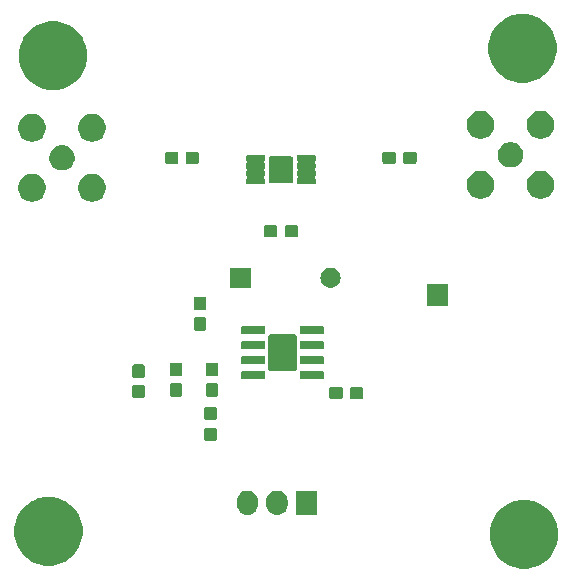
<source format=gbr>
G04 #@! TF.GenerationSoftware,KiCad,Pcbnew,(5.1.2)-2*
G04 #@! TF.CreationDate,2019-07-11T10:47:11+08:00*
G04 #@! TF.ProjectId,HMC346AMS8GE,484d4333-3436-4414-9d53-3847452e6b69,rev?*
G04 #@! TF.SameCoordinates,Original*
G04 #@! TF.FileFunction,Soldermask,Top*
G04 #@! TF.FilePolarity,Negative*
%FSLAX46Y46*%
G04 Gerber Fmt 4.6, Leading zero omitted, Abs format (unit mm)*
G04 Created by KiCad (PCBNEW (5.1.2)-2) date 2019-07-11 10:47:11*
%MOMM*%
%LPD*%
G04 APERTURE LIST*
%ADD10C,0.100000*%
G04 APERTURE END LIST*
D10*
G36*
X164676189Y-116209483D02*
G01*
X164676192Y-116209484D01*
X164676191Y-116209484D01*
X165204139Y-116428167D01*
X165679280Y-116745646D01*
X166083354Y-117149720D01*
X166400833Y-117624861D01*
X166400834Y-117624863D01*
X166619517Y-118152811D01*
X166731000Y-118713275D01*
X166731000Y-119284725D01*
X166619517Y-119845189D01*
X166619516Y-119845191D01*
X166400833Y-120373139D01*
X166083354Y-120848280D01*
X165679280Y-121252354D01*
X165204139Y-121569833D01*
X165204138Y-121569834D01*
X165204137Y-121569834D01*
X164676189Y-121788517D01*
X164115725Y-121900000D01*
X163544275Y-121900000D01*
X162983811Y-121788517D01*
X162455863Y-121569834D01*
X162455862Y-121569834D01*
X162455861Y-121569833D01*
X161980720Y-121252354D01*
X161576646Y-120848280D01*
X161259167Y-120373139D01*
X161040484Y-119845191D01*
X161040483Y-119845189D01*
X160929000Y-119284725D01*
X160929000Y-118713275D01*
X161040483Y-118152811D01*
X161259166Y-117624863D01*
X161259167Y-117624861D01*
X161576646Y-117149720D01*
X161980720Y-116745646D01*
X162455861Y-116428167D01*
X162983809Y-116209484D01*
X162983808Y-116209484D01*
X162983811Y-116209483D01*
X163544275Y-116098000D01*
X164115725Y-116098000D01*
X164676189Y-116209483D01*
X164676189Y-116209483D01*
G37*
G36*
X124417189Y-115955483D02*
G01*
X124917557Y-116162742D01*
X124945139Y-116174167D01*
X125420280Y-116491646D01*
X125824354Y-116895720D01*
X126136152Y-117362359D01*
X126141834Y-117370863D01*
X126360517Y-117898811D01*
X126472000Y-118459275D01*
X126472000Y-119030725D01*
X126360517Y-119591189D01*
X126360516Y-119591191D01*
X126141833Y-120119139D01*
X125824354Y-120594280D01*
X125420280Y-120998354D01*
X124945139Y-121315833D01*
X124945138Y-121315834D01*
X124945137Y-121315834D01*
X124417189Y-121534517D01*
X123856725Y-121646000D01*
X123285275Y-121646000D01*
X122724811Y-121534517D01*
X122196863Y-121315834D01*
X122196862Y-121315834D01*
X122196861Y-121315833D01*
X121721720Y-120998354D01*
X121317646Y-120594280D01*
X121000167Y-120119139D01*
X120781484Y-119591191D01*
X120781483Y-119591189D01*
X120670000Y-119030725D01*
X120670000Y-118459275D01*
X120781483Y-117898811D01*
X121000166Y-117370863D01*
X121005848Y-117362359D01*
X121317646Y-116895720D01*
X121721720Y-116491646D01*
X122196861Y-116174167D01*
X122224443Y-116162742D01*
X122724811Y-115955483D01*
X123285275Y-115844000D01*
X123856725Y-115844000D01*
X124417189Y-115955483D01*
X124417189Y-115955483D01*
G37*
G36*
X143091627Y-115319037D02*
G01*
X143261466Y-115370557D01*
X143417991Y-115454222D01*
X143453729Y-115483552D01*
X143555186Y-115566814D01*
X143638448Y-115668271D01*
X143667778Y-115704009D01*
X143751443Y-115860534D01*
X143802963Y-116030374D01*
X143816000Y-116162743D01*
X143816000Y-116501258D01*
X143802963Y-116633627D01*
X143751443Y-116803466D01*
X143667778Y-116959991D01*
X143638448Y-116995729D01*
X143555186Y-117097186D01*
X143417989Y-117209779D01*
X143261467Y-117293442D01*
X143261465Y-117293443D01*
X143091626Y-117344963D01*
X142915000Y-117362359D01*
X142738373Y-117344963D01*
X142568534Y-117293443D01*
X142412009Y-117209778D01*
X142369750Y-117175097D01*
X142274814Y-117097186D01*
X142162221Y-116959989D01*
X142078558Y-116803467D01*
X142061018Y-116745646D01*
X142027037Y-116633626D01*
X142014000Y-116501257D01*
X142014000Y-116162742D01*
X142027037Y-116030373D01*
X142078557Y-115860534D01*
X142162222Y-115704009D01*
X142274815Y-115566815D01*
X142412010Y-115454222D01*
X142568535Y-115370557D01*
X142738374Y-115319037D01*
X142915000Y-115301641D01*
X143091627Y-115319037D01*
X143091627Y-115319037D01*
G37*
G36*
X140591627Y-115319037D02*
G01*
X140761466Y-115370557D01*
X140917991Y-115454222D01*
X140953729Y-115483552D01*
X141055186Y-115566814D01*
X141138448Y-115668271D01*
X141167778Y-115704009D01*
X141251443Y-115860534D01*
X141302963Y-116030374D01*
X141316000Y-116162743D01*
X141316000Y-116501258D01*
X141302963Y-116633627D01*
X141251443Y-116803466D01*
X141167778Y-116959991D01*
X141138448Y-116995729D01*
X141055186Y-117097186D01*
X140917989Y-117209779D01*
X140761467Y-117293442D01*
X140761465Y-117293443D01*
X140591626Y-117344963D01*
X140415000Y-117362359D01*
X140238373Y-117344963D01*
X140068534Y-117293443D01*
X139912009Y-117209778D01*
X139869750Y-117175097D01*
X139774814Y-117097186D01*
X139662221Y-116959989D01*
X139578558Y-116803467D01*
X139561018Y-116745646D01*
X139527037Y-116633626D01*
X139514000Y-116501257D01*
X139514000Y-116162742D01*
X139527037Y-116030373D01*
X139578557Y-115860534D01*
X139662222Y-115704009D01*
X139774815Y-115566815D01*
X139912010Y-115454222D01*
X140068535Y-115370557D01*
X140238374Y-115319037D01*
X140415000Y-115301641D01*
X140591627Y-115319037D01*
X140591627Y-115319037D01*
G37*
G36*
X146173600Y-115309989D02*
G01*
X146206652Y-115320015D01*
X146237103Y-115336292D01*
X146263799Y-115358201D01*
X146285708Y-115384897D01*
X146301985Y-115415348D01*
X146312011Y-115448400D01*
X146316000Y-115488903D01*
X146316000Y-117175097D01*
X146312011Y-117215600D01*
X146301985Y-117248652D01*
X146285708Y-117279103D01*
X146263799Y-117305799D01*
X146237103Y-117327708D01*
X146206652Y-117343985D01*
X146173600Y-117354011D01*
X146133097Y-117358000D01*
X144696903Y-117358000D01*
X144656400Y-117354011D01*
X144623348Y-117343985D01*
X144592897Y-117327708D01*
X144566201Y-117305799D01*
X144544292Y-117279103D01*
X144528015Y-117248652D01*
X144517989Y-117215600D01*
X144514000Y-117175097D01*
X144514000Y-115488903D01*
X144517989Y-115448400D01*
X144528015Y-115415348D01*
X144544292Y-115384897D01*
X144566201Y-115358201D01*
X144592897Y-115336292D01*
X144623348Y-115320015D01*
X144656400Y-115309989D01*
X144696903Y-115306000D01*
X146133097Y-115306000D01*
X146173600Y-115309989D01*
X146173600Y-115309989D01*
G37*
G36*
X137651499Y-109967945D02*
G01*
X137688995Y-109979320D01*
X137723554Y-109997792D01*
X137753847Y-110022653D01*
X137778708Y-110052946D01*
X137797180Y-110087505D01*
X137808555Y-110125001D01*
X137813000Y-110170138D01*
X137813000Y-110908862D01*
X137808555Y-110953999D01*
X137797180Y-110991495D01*
X137778708Y-111026054D01*
X137753847Y-111056347D01*
X137723554Y-111081208D01*
X137688995Y-111099680D01*
X137651499Y-111111055D01*
X137606362Y-111115500D01*
X136967638Y-111115500D01*
X136922501Y-111111055D01*
X136885005Y-111099680D01*
X136850446Y-111081208D01*
X136820153Y-111056347D01*
X136795292Y-111026054D01*
X136776820Y-110991495D01*
X136765445Y-110953999D01*
X136761000Y-110908862D01*
X136761000Y-110170138D01*
X136765445Y-110125001D01*
X136776820Y-110087505D01*
X136795292Y-110052946D01*
X136820153Y-110022653D01*
X136850446Y-109997792D01*
X136885005Y-109979320D01*
X136922501Y-109967945D01*
X136967638Y-109963500D01*
X137606362Y-109963500D01*
X137651499Y-109967945D01*
X137651499Y-109967945D01*
G37*
G36*
X137651499Y-108217945D02*
G01*
X137688995Y-108229320D01*
X137723554Y-108247792D01*
X137753847Y-108272653D01*
X137778708Y-108302946D01*
X137797180Y-108337505D01*
X137808555Y-108375001D01*
X137813000Y-108420138D01*
X137813000Y-109158862D01*
X137808555Y-109203999D01*
X137797180Y-109241495D01*
X137778708Y-109276054D01*
X137753847Y-109306347D01*
X137723554Y-109331208D01*
X137688995Y-109349680D01*
X137651499Y-109361055D01*
X137606362Y-109365500D01*
X136967638Y-109365500D01*
X136922501Y-109361055D01*
X136885005Y-109349680D01*
X136850446Y-109331208D01*
X136820153Y-109306347D01*
X136795292Y-109276054D01*
X136776820Y-109241495D01*
X136765445Y-109203999D01*
X136761000Y-109158862D01*
X136761000Y-108420138D01*
X136765445Y-108375001D01*
X136776820Y-108337505D01*
X136795292Y-108302946D01*
X136820153Y-108272653D01*
X136850446Y-108247792D01*
X136885005Y-108229320D01*
X136922501Y-108217945D01*
X136967638Y-108213500D01*
X137606362Y-108213500D01*
X137651499Y-108217945D01*
X137651499Y-108217945D01*
G37*
G36*
X148319999Y-106539445D02*
G01*
X148357495Y-106550820D01*
X148392054Y-106569292D01*
X148422347Y-106594153D01*
X148447208Y-106624446D01*
X148465680Y-106659005D01*
X148477055Y-106696501D01*
X148481500Y-106741638D01*
X148481500Y-107380362D01*
X148477055Y-107425499D01*
X148465680Y-107462995D01*
X148447208Y-107497554D01*
X148422347Y-107527847D01*
X148392054Y-107552708D01*
X148357495Y-107571180D01*
X148319999Y-107582555D01*
X148274862Y-107587000D01*
X147536138Y-107587000D01*
X147491001Y-107582555D01*
X147453505Y-107571180D01*
X147418946Y-107552708D01*
X147388653Y-107527847D01*
X147363792Y-107497554D01*
X147345320Y-107462995D01*
X147333945Y-107425499D01*
X147329500Y-107380362D01*
X147329500Y-106741638D01*
X147333945Y-106696501D01*
X147345320Y-106659005D01*
X147363792Y-106624446D01*
X147388653Y-106594153D01*
X147418946Y-106569292D01*
X147453505Y-106550820D01*
X147491001Y-106539445D01*
X147536138Y-106535000D01*
X148274862Y-106535000D01*
X148319999Y-106539445D01*
X148319999Y-106539445D01*
G37*
G36*
X150069999Y-106539445D02*
G01*
X150107495Y-106550820D01*
X150142054Y-106569292D01*
X150172347Y-106594153D01*
X150197208Y-106624446D01*
X150215680Y-106659005D01*
X150227055Y-106696501D01*
X150231500Y-106741638D01*
X150231500Y-107380362D01*
X150227055Y-107425499D01*
X150215680Y-107462995D01*
X150197208Y-107497554D01*
X150172347Y-107527847D01*
X150142054Y-107552708D01*
X150107495Y-107571180D01*
X150069999Y-107582555D01*
X150024862Y-107587000D01*
X149286138Y-107587000D01*
X149241001Y-107582555D01*
X149203505Y-107571180D01*
X149168946Y-107552708D01*
X149138653Y-107527847D01*
X149113792Y-107497554D01*
X149095320Y-107462995D01*
X149083945Y-107425499D01*
X149079500Y-107380362D01*
X149079500Y-106741638D01*
X149083945Y-106696501D01*
X149095320Y-106659005D01*
X149113792Y-106624446D01*
X149138653Y-106594153D01*
X149168946Y-106569292D01*
X149203505Y-106550820D01*
X149241001Y-106539445D01*
X149286138Y-106535000D01*
X150024862Y-106535000D01*
X150069999Y-106539445D01*
X150069999Y-106539445D01*
G37*
G36*
X131555499Y-106348445D02*
G01*
X131592995Y-106359820D01*
X131627554Y-106378292D01*
X131657847Y-106403153D01*
X131682708Y-106433446D01*
X131701180Y-106468005D01*
X131712555Y-106505501D01*
X131717000Y-106550638D01*
X131717000Y-107289362D01*
X131712555Y-107334499D01*
X131701180Y-107371995D01*
X131682708Y-107406554D01*
X131657847Y-107436847D01*
X131627554Y-107461708D01*
X131592995Y-107480180D01*
X131555499Y-107491555D01*
X131510362Y-107496000D01*
X130871638Y-107496000D01*
X130826501Y-107491555D01*
X130789005Y-107480180D01*
X130754446Y-107461708D01*
X130724153Y-107436847D01*
X130699292Y-107406554D01*
X130680820Y-107371995D01*
X130669445Y-107334499D01*
X130665000Y-107289362D01*
X130665000Y-106550638D01*
X130669445Y-106505501D01*
X130680820Y-106468005D01*
X130699292Y-106433446D01*
X130724153Y-106403153D01*
X130754446Y-106378292D01*
X130789005Y-106359820D01*
X130826501Y-106348445D01*
X130871638Y-106344000D01*
X131510362Y-106344000D01*
X131555499Y-106348445D01*
X131555499Y-106348445D01*
G37*
G36*
X134730499Y-106221445D02*
G01*
X134767995Y-106232820D01*
X134802554Y-106251292D01*
X134832847Y-106276153D01*
X134857708Y-106306446D01*
X134876180Y-106341005D01*
X134887555Y-106378501D01*
X134892000Y-106423638D01*
X134892000Y-107162362D01*
X134887555Y-107207499D01*
X134876180Y-107244995D01*
X134857708Y-107279554D01*
X134832847Y-107309847D01*
X134802554Y-107334708D01*
X134767995Y-107353180D01*
X134730499Y-107364555D01*
X134685362Y-107369000D01*
X134046638Y-107369000D01*
X134001501Y-107364555D01*
X133964005Y-107353180D01*
X133929446Y-107334708D01*
X133899153Y-107309847D01*
X133874292Y-107279554D01*
X133855820Y-107244995D01*
X133844445Y-107207499D01*
X133840000Y-107162362D01*
X133840000Y-106423638D01*
X133844445Y-106378501D01*
X133855820Y-106341005D01*
X133874292Y-106306446D01*
X133899153Y-106276153D01*
X133929446Y-106251292D01*
X133964005Y-106232820D01*
X134001501Y-106221445D01*
X134046638Y-106217000D01*
X134685362Y-106217000D01*
X134730499Y-106221445D01*
X134730499Y-106221445D01*
G37*
G36*
X137778499Y-106221445D02*
G01*
X137815995Y-106232820D01*
X137850554Y-106251292D01*
X137880847Y-106276153D01*
X137905708Y-106306446D01*
X137924180Y-106341005D01*
X137935555Y-106378501D01*
X137940000Y-106423638D01*
X137940000Y-107162362D01*
X137935555Y-107207499D01*
X137924180Y-107244995D01*
X137905708Y-107279554D01*
X137880847Y-107309847D01*
X137850554Y-107334708D01*
X137815995Y-107353180D01*
X137778499Y-107364555D01*
X137733362Y-107369000D01*
X137094638Y-107369000D01*
X137049501Y-107364555D01*
X137012005Y-107353180D01*
X136977446Y-107334708D01*
X136947153Y-107309847D01*
X136922292Y-107279554D01*
X136903820Y-107244995D01*
X136892445Y-107207499D01*
X136888000Y-107162362D01*
X136888000Y-106423638D01*
X136892445Y-106378501D01*
X136903820Y-106341005D01*
X136922292Y-106306446D01*
X136947153Y-106276153D01*
X136977446Y-106251292D01*
X137012005Y-106232820D01*
X137049501Y-106221445D01*
X137094638Y-106217000D01*
X137733362Y-106217000D01*
X137778499Y-106221445D01*
X137778499Y-106221445D01*
G37*
G36*
X146792928Y-105188764D02*
G01*
X146814009Y-105195160D01*
X146833445Y-105205548D01*
X146850476Y-105219524D01*
X146864452Y-105236555D01*
X146874840Y-105255991D01*
X146881236Y-105277072D01*
X146884000Y-105305140D01*
X146884000Y-105768860D01*
X146881236Y-105796928D01*
X146874840Y-105818009D01*
X146864452Y-105837445D01*
X146850476Y-105854476D01*
X146833445Y-105868452D01*
X146814009Y-105878840D01*
X146792928Y-105885236D01*
X146764860Y-105888000D01*
X144951140Y-105888000D01*
X144923072Y-105885236D01*
X144901991Y-105878840D01*
X144882555Y-105868452D01*
X144865524Y-105854476D01*
X144851548Y-105837445D01*
X144841160Y-105818009D01*
X144834764Y-105796928D01*
X144832000Y-105768860D01*
X144832000Y-105305140D01*
X144834764Y-105277072D01*
X144841160Y-105255991D01*
X144851548Y-105236555D01*
X144865524Y-105219524D01*
X144882555Y-105205548D01*
X144901991Y-105195160D01*
X144923072Y-105188764D01*
X144951140Y-105186000D01*
X146764860Y-105186000D01*
X146792928Y-105188764D01*
X146792928Y-105188764D01*
G37*
G36*
X141842928Y-105188764D02*
G01*
X141864009Y-105195160D01*
X141883445Y-105205548D01*
X141900476Y-105219524D01*
X141914452Y-105236555D01*
X141924840Y-105255991D01*
X141931236Y-105277072D01*
X141934000Y-105305140D01*
X141934000Y-105768860D01*
X141931236Y-105796928D01*
X141924840Y-105818009D01*
X141914452Y-105837445D01*
X141900476Y-105854476D01*
X141883445Y-105868452D01*
X141864009Y-105878840D01*
X141842928Y-105885236D01*
X141814860Y-105888000D01*
X140001140Y-105888000D01*
X139973072Y-105885236D01*
X139951991Y-105878840D01*
X139932555Y-105868452D01*
X139915524Y-105854476D01*
X139901548Y-105837445D01*
X139891160Y-105818009D01*
X139884764Y-105796928D01*
X139882000Y-105768860D01*
X139882000Y-105305140D01*
X139884764Y-105277072D01*
X139891160Y-105255991D01*
X139901548Y-105236555D01*
X139915524Y-105219524D01*
X139932555Y-105205548D01*
X139951991Y-105195160D01*
X139973072Y-105188764D01*
X140001140Y-105186000D01*
X141814860Y-105186000D01*
X141842928Y-105188764D01*
X141842928Y-105188764D01*
G37*
G36*
X131555499Y-104598445D02*
G01*
X131592995Y-104609820D01*
X131627554Y-104628292D01*
X131657847Y-104653153D01*
X131682708Y-104683446D01*
X131701180Y-104718005D01*
X131712555Y-104755501D01*
X131717000Y-104800638D01*
X131717000Y-105539362D01*
X131712555Y-105584499D01*
X131701180Y-105621995D01*
X131682708Y-105656554D01*
X131657847Y-105686847D01*
X131627554Y-105711708D01*
X131592995Y-105730180D01*
X131555499Y-105741555D01*
X131510362Y-105746000D01*
X130871638Y-105746000D01*
X130826501Y-105741555D01*
X130789005Y-105730180D01*
X130754446Y-105711708D01*
X130724153Y-105686847D01*
X130699292Y-105656554D01*
X130680820Y-105621995D01*
X130669445Y-105584499D01*
X130665000Y-105539362D01*
X130665000Y-104800638D01*
X130669445Y-104755501D01*
X130680820Y-104718005D01*
X130699292Y-104683446D01*
X130724153Y-104653153D01*
X130754446Y-104628292D01*
X130789005Y-104609820D01*
X130826501Y-104598445D01*
X130871638Y-104594000D01*
X131510362Y-104594000D01*
X131555499Y-104598445D01*
X131555499Y-104598445D01*
G37*
G36*
X134730499Y-104471445D02*
G01*
X134767995Y-104482820D01*
X134802554Y-104501292D01*
X134832847Y-104526153D01*
X134857708Y-104556446D01*
X134876180Y-104591005D01*
X134887555Y-104628501D01*
X134892000Y-104673638D01*
X134892000Y-105412362D01*
X134887555Y-105457499D01*
X134876180Y-105494995D01*
X134857708Y-105529554D01*
X134832847Y-105559847D01*
X134802554Y-105584708D01*
X134767995Y-105603180D01*
X134730499Y-105614555D01*
X134685362Y-105619000D01*
X134046638Y-105619000D01*
X134001501Y-105614555D01*
X133964005Y-105603180D01*
X133929446Y-105584708D01*
X133899153Y-105559847D01*
X133874292Y-105529554D01*
X133855820Y-105494995D01*
X133844445Y-105457499D01*
X133840000Y-105412362D01*
X133840000Y-104673638D01*
X133844445Y-104628501D01*
X133855820Y-104591005D01*
X133874292Y-104556446D01*
X133899153Y-104526153D01*
X133929446Y-104501292D01*
X133964005Y-104482820D01*
X134001501Y-104471445D01*
X134046638Y-104467000D01*
X134685362Y-104467000D01*
X134730499Y-104471445D01*
X134730499Y-104471445D01*
G37*
G36*
X137778499Y-104471445D02*
G01*
X137815995Y-104482820D01*
X137850554Y-104501292D01*
X137880847Y-104526153D01*
X137905708Y-104556446D01*
X137924180Y-104591005D01*
X137935555Y-104628501D01*
X137940000Y-104673638D01*
X137940000Y-105412362D01*
X137935555Y-105457499D01*
X137924180Y-105494995D01*
X137905708Y-105529554D01*
X137880847Y-105559847D01*
X137850554Y-105584708D01*
X137815995Y-105603180D01*
X137778499Y-105614555D01*
X137733362Y-105619000D01*
X137094638Y-105619000D01*
X137049501Y-105614555D01*
X137012005Y-105603180D01*
X136977446Y-105584708D01*
X136947153Y-105559847D01*
X136922292Y-105529554D01*
X136903820Y-105494995D01*
X136892445Y-105457499D01*
X136888000Y-105412362D01*
X136888000Y-104673638D01*
X136892445Y-104628501D01*
X136903820Y-104591005D01*
X136922292Y-104556446D01*
X136947153Y-104526153D01*
X136977446Y-104501292D01*
X137012005Y-104482820D01*
X137049501Y-104471445D01*
X137094638Y-104467000D01*
X137733362Y-104467000D01*
X137778499Y-104471445D01*
X137778499Y-104471445D01*
G37*
G36*
X144447336Y-102084733D02*
G01*
X144477883Y-102093999D01*
X144506033Y-102109046D01*
X144530706Y-102129294D01*
X144550954Y-102153967D01*
X144566001Y-102182117D01*
X144575267Y-102212664D01*
X144579000Y-102250567D01*
X144579000Y-105013433D01*
X144575267Y-105051336D01*
X144566001Y-105081883D01*
X144550954Y-105110033D01*
X144530706Y-105134706D01*
X144506033Y-105154954D01*
X144477883Y-105170001D01*
X144447336Y-105179267D01*
X144409433Y-105183000D01*
X142356567Y-105183000D01*
X142318664Y-105179267D01*
X142288117Y-105170001D01*
X142259967Y-105154954D01*
X142235294Y-105134706D01*
X142215046Y-105110033D01*
X142199999Y-105081883D01*
X142190733Y-105051336D01*
X142187000Y-105013433D01*
X142187000Y-102250567D01*
X142190733Y-102212664D01*
X142199999Y-102182117D01*
X142215046Y-102153967D01*
X142235294Y-102129294D01*
X142259967Y-102109046D01*
X142288117Y-102093999D01*
X142318664Y-102084733D01*
X142356567Y-102081000D01*
X144409433Y-102081000D01*
X144447336Y-102084733D01*
X144447336Y-102084733D01*
G37*
G36*
X146792928Y-103918764D02*
G01*
X146814009Y-103925160D01*
X146833445Y-103935548D01*
X146850476Y-103949524D01*
X146864452Y-103966555D01*
X146874840Y-103985991D01*
X146881236Y-104007072D01*
X146884000Y-104035140D01*
X146884000Y-104498860D01*
X146881236Y-104526928D01*
X146874840Y-104548009D01*
X146864452Y-104567445D01*
X146850476Y-104584476D01*
X146833445Y-104598452D01*
X146814009Y-104608840D01*
X146792928Y-104615236D01*
X146764860Y-104618000D01*
X144951140Y-104618000D01*
X144923072Y-104615236D01*
X144901991Y-104608840D01*
X144882555Y-104598452D01*
X144865524Y-104584476D01*
X144851548Y-104567445D01*
X144841160Y-104548009D01*
X144834764Y-104526928D01*
X144832000Y-104498860D01*
X144832000Y-104035140D01*
X144834764Y-104007072D01*
X144841160Y-103985991D01*
X144851548Y-103966555D01*
X144865524Y-103949524D01*
X144882555Y-103935548D01*
X144901991Y-103925160D01*
X144923072Y-103918764D01*
X144951140Y-103916000D01*
X146764860Y-103916000D01*
X146792928Y-103918764D01*
X146792928Y-103918764D01*
G37*
G36*
X141842928Y-103918764D02*
G01*
X141864009Y-103925160D01*
X141883445Y-103935548D01*
X141900476Y-103949524D01*
X141914452Y-103966555D01*
X141924840Y-103985991D01*
X141931236Y-104007072D01*
X141934000Y-104035140D01*
X141934000Y-104498860D01*
X141931236Y-104526928D01*
X141924840Y-104548009D01*
X141914452Y-104567445D01*
X141900476Y-104584476D01*
X141883445Y-104598452D01*
X141864009Y-104608840D01*
X141842928Y-104615236D01*
X141814860Y-104618000D01*
X140001140Y-104618000D01*
X139973072Y-104615236D01*
X139951991Y-104608840D01*
X139932555Y-104598452D01*
X139915524Y-104584476D01*
X139901548Y-104567445D01*
X139891160Y-104548009D01*
X139884764Y-104526928D01*
X139882000Y-104498860D01*
X139882000Y-104035140D01*
X139884764Y-104007072D01*
X139891160Y-103985991D01*
X139901548Y-103966555D01*
X139915524Y-103949524D01*
X139932555Y-103935548D01*
X139951991Y-103925160D01*
X139973072Y-103918764D01*
X140001140Y-103916000D01*
X141814860Y-103916000D01*
X141842928Y-103918764D01*
X141842928Y-103918764D01*
G37*
G36*
X141842928Y-102648764D02*
G01*
X141864009Y-102655160D01*
X141883445Y-102665548D01*
X141900476Y-102679524D01*
X141914452Y-102696555D01*
X141924840Y-102715991D01*
X141931236Y-102737072D01*
X141934000Y-102765140D01*
X141934000Y-103228860D01*
X141931236Y-103256928D01*
X141924840Y-103278009D01*
X141914452Y-103297445D01*
X141900476Y-103314476D01*
X141883445Y-103328452D01*
X141864009Y-103338840D01*
X141842928Y-103345236D01*
X141814860Y-103348000D01*
X140001140Y-103348000D01*
X139973072Y-103345236D01*
X139951991Y-103338840D01*
X139932555Y-103328452D01*
X139915524Y-103314476D01*
X139901548Y-103297445D01*
X139891160Y-103278009D01*
X139884764Y-103256928D01*
X139882000Y-103228860D01*
X139882000Y-102765140D01*
X139884764Y-102737072D01*
X139891160Y-102715991D01*
X139901548Y-102696555D01*
X139915524Y-102679524D01*
X139932555Y-102665548D01*
X139951991Y-102655160D01*
X139973072Y-102648764D01*
X140001140Y-102646000D01*
X141814860Y-102646000D01*
X141842928Y-102648764D01*
X141842928Y-102648764D01*
G37*
G36*
X146792928Y-102648764D02*
G01*
X146814009Y-102655160D01*
X146833445Y-102665548D01*
X146850476Y-102679524D01*
X146864452Y-102696555D01*
X146874840Y-102715991D01*
X146881236Y-102737072D01*
X146884000Y-102765140D01*
X146884000Y-103228860D01*
X146881236Y-103256928D01*
X146874840Y-103278009D01*
X146864452Y-103297445D01*
X146850476Y-103314476D01*
X146833445Y-103328452D01*
X146814009Y-103338840D01*
X146792928Y-103345236D01*
X146764860Y-103348000D01*
X144951140Y-103348000D01*
X144923072Y-103345236D01*
X144901991Y-103338840D01*
X144882555Y-103328452D01*
X144865524Y-103314476D01*
X144851548Y-103297445D01*
X144841160Y-103278009D01*
X144834764Y-103256928D01*
X144832000Y-103228860D01*
X144832000Y-102765140D01*
X144834764Y-102737072D01*
X144841160Y-102715991D01*
X144851548Y-102696555D01*
X144865524Y-102679524D01*
X144882555Y-102665548D01*
X144901991Y-102655160D01*
X144923072Y-102648764D01*
X144951140Y-102646000D01*
X146764860Y-102646000D01*
X146792928Y-102648764D01*
X146792928Y-102648764D01*
G37*
G36*
X141842928Y-101378764D02*
G01*
X141864009Y-101385160D01*
X141883445Y-101395548D01*
X141900476Y-101409524D01*
X141914452Y-101426555D01*
X141924840Y-101445991D01*
X141931236Y-101467072D01*
X141934000Y-101495140D01*
X141934000Y-101958860D01*
X141931236Y-101986928D01*
X141924840Y-102008009D01*
X141914452Y-102027445D01*
X141900476Y-102044476D01*
X141883445Y-102058452D01*
X141864009Y-102068840D01*
X141842928Y-102075236D01*
X141814860Y-102078000D01*
X140001140Y-102078000D01*
X139973072Y-102075236D01*
X139951991Y-102068840D01*
X139932555Y-102058452D01*
X139915524Y-102044476D01*
X139901548Y-102027445D01*
X139891160Y-102008009D01*
X139884764Y-101986928D01*
X139882000Y-101958860D01*
X139882000Y-101495140D01*
X139884764Y-101467072D01*
X139891160Y-101445991D01*
X139901548Y-101426555D01*
X139915524Y-101409524D01*
X139932555Y-101395548D01*
X139951991Y-101385160D01*
X139973072Y-101378764D01*
X140001140Y-101376000D01*
X141814860Y-101376000D01*
X141842928Y-101378764D01*
X141842928Y-101378764D01*
G37*
G36*
X146792928Y-101378764D02*
G01*
X146814009Y-101385160D01*
X146833445Y-101395548D01*
X146850476Y-101409524D01*
X146864452Y-101426555D01*
X146874840Y-101445991D01*
X146881236Y-101467072D01*
X146884000Y-101495140D01*
X146884000Y-101958860D01*
X146881236Y-101986928D01*
X146874840Y-102008009D01*
X146864452Y-102027445D01*
X146850476Y-102044476D01*
X146833445Y-102058452D01*
X146814009Y-102068840D01*
X146792928Y-102075236D01*
X146764860Y-102078000D01*
X144951140Y-102078000D01*
X144923072Y-102075236D01*
X144901991Y-102068840D01*
X144882555Y-102058452D01*
X144865524Y-102044476D01*
X144851548Y-102027445D01*
X144841160Y-102008009D01*
X144834764Y-101986928D01*
X144832000Y-101958860D01*
X144832000Y-101495140D01*
X144834764Y-101467072D01*
X144841160Y-101445991D01*
X144851548Y-101426555D01*
X144865524Y-101409524D01*
X144882555Y-101395548D01*
X144901991Y-101385160D01*
X144923072Y-101378764D01*
X144951140Y-101376000D01*
X146764860Y-101376000D01*
X146792928Y-101378764D01*
X146792928Y-101378764D01*
G37*
G36*
X136762499Y-100633445D02*
G01*
X136799995Y-100644820D01*
X136834554Y-100663292D01*
X136864847Y-100688153D01*
X136889708Y-100718446D01*
X136908180Y-100753005D01*
X136919555Y-100790501D01*
X136924000Y-100835638D01*
X136924000Y-101574362D01*
X136919555Y-101619499D01*
X136908180Y-101656995D01*
X136889708Y-101691554D01*
X136864847Y-101721847D01*
X136834554Y-101746708D01*
X136799995Y-101765180D01*
X136762499Y-101776555D01*
X136717362Y-101781000D01*
X136078638Y-101781000D01*
X136033501Y-101776555D01*
X135996005Y-101765180D01*
X135961446Y-101746708D01*
X135931153Y-101721847D01*
X135906292Y-101691554D01*
X135887820Y-101656995D01*
X135876445Y-101619499D01*
X135872000Y-101574362D01*
X135872000Y-100835638D01*
X135876445Y-100790501D01*
X135887820Y-100753005D01*
X135906292Y-100718446D01*
X135931153Y-100688153D01*
X135961446Y-100663292D01*
X135996005Y-100644820D01*
X136033501Y-100633445D01*
X136078638Y-100629000D01*
X136717362Y-100629000D01*
X136762499Y-100633445D01*
X136762499Y-100633445D01*
G37*
G36*
X136762499Y-98883445D02*
G01*
X136799995Y-98894820D01*
X136834554Y-98913292D01*
X136864847Y-98938153D01*
X136889708Y-98968446D01*
X136908180Y-99003005D01*
X136919555Y-99040501D01*
X136924000Y-99085638D01*
X136924000Y-99824362D01*
X136919555Y-99869499D01*
X136908180Y-99906995D01*
X136889708Y-99941554D01*
X136864847Y-99971847D01*
X136834554Y-99996708D01*
X136799995Y-100015180D01*
X136762499Y-100026555D01*
X136717362Y-100031000D01*
X136078638Y-100031000D01*
X136033501Y-100026555D01*
X135996005Y-100015180D01*
X135961446Y-99996708D01*
X135931153Y-99971847D01*
X135906292Y-99941554D01*
X135887820Y-99906995D01*
X135876445Y-99869499D01*
X135872000Y-99824362D01*
X135872000Y-99085638D01*
X135876445Y-99040501D01*
X135887820Y-99003005D01*
X135906292Y-98968446D01*
X135931153Y-98938153D01*
X135961446Y-98913292D01*
X135996005Y-98894820D01*
X136033501Y-98883445D01*
X136078638Y-98879000D01*
X136717362Y-98879000D01*
X136762499Y-98883445D01*
X136762499Y-98883445D01*
G37*
G36*
X157428500Y-99643500D02*
G01*
X155626500Y-99643500D01*
X155626500Y-97841500D01*
X157428500Y-97841500D01*
X157428500Y-99643500D01*
X157428500Y-99643500D01*
G37*
G36*
X147613823Y-96443313D02*
G01*
X147774242Y-96491976D01*
X147906906Y-96562886D01*
X147922078Y-96570996D01*
X148051659Y-96677341D01*
X148158004Y-96806922D01*
X148158005Y-96806924D01*
X148237024Y-96954758D01*
X148285687Y-97115177D01*
X148302117Y-97282000D01*
X148285687Y-97448823D01*
X148237024Y-97609242D01*
X148166114Y-97741906D01*
X148158004Y-97757078D01*
X148051659Y-97886659D01*
X147922078Y-97993004D01*
X147922076Y-97993005D01*
X147774242Y-98072024D01*
X147613823Y-98120687D01*
X147488804Y-98133000D01*
X147405196Y-98133000D01*
X147280177Y-98120687D01*
X147119758Y-98072024D01*
X146971924Y-97993005D01*
X146971922Y-97993004D01*
X146842341Y-97886659D01*
X146735996Y-97757078D01*
X146727886Y-97741906D01*
X146656976Y-97609242D01*
X146608313Y-97448823D01*
X146591883Y-97282000D01*
X146608313Y-97115177D01*
X146656976Y-96954758D01*
X146735995Y-96806924D01*
X146735996Y-96806922D01*
X146842341Y-96677341D01*
X146971922Y-96570996D01*
X146987094Y-96562886D01*
X147119758Y-96491976D01*
X147280177Y-96443313D01*
X147405196Y-96431000D01*
X147488804Y-96431000D01*
X147613823Y-96443313D01*
X147613823Y-96443313D01*
G37*
G36*
X140678000Y-98133000D02*
G01*
X138976000Y-98133000D01*
X138976000Y-96431000D01*
X140678000Y-96431000D01*
X140678000Y-98133000D01*
X140678000Y-98133000D01*
G37*
G36*
X142795499Y-92823445D02*
G01*
X142832995Y-92834820D01*
X142867554Y-92853292D01*
X142897847Y-92878153D01*
X142922708Y-92908446D01*
X142941180Y-92943005D01*
X142952555Y-92980501D01*
X142957000Y-93025638D01*
X142957000Y-93664362D01*
X142952555Y-93709499D01*
X142941180Y-93746995D01*
X142922708Y-93781554D01*
X142897847Y-93811847D01*
X142867554Y-93836708D01*
X142832995Y-93855180D01*
X142795499Y-93866555D01*
X142750362Y-93871000D01*
X142011638Y-93871000D01*
X141966501Y-93866555D01*
X141929005Y-93855180D01*
X141894446Y-93836708D01*
X141864153Y-93811847D01*
X141839292Y-93781554D01*
X141820820Y-93746995D01*
X141809445Y-93709499D01*
X141805000Y-93664362D01*
X141805000Y-93025638D01*
X141809445Y-92980501D01*
X141820820Y-92943005D01*
X141839292Y-92908446D01*
X141864153Y-92878153D01*
X141894446Y-92853292D01*
X141929005Y-92834820D01*
X141966501Y-92823445D01*
X142011638Y-92819000D01*
X142750362Y-92819000D01*
X142795499Y-92823445D01*
X142795499Y-92823445D01*
G37*
G36*
X144545499Y-92823445D02*
G01*
X144582995Y-92834820D01*
X144617554Y-92853292D01*
X144647847Y-92878153D01*
X144672708Y-92908446D01*
X144691180Y-92943005D01*
X144702555Y-92980501D01*
X144707000Y-93025638D01*
X144707000Y-93664362D01*
X144702555Y-93709499D01*
X144691180Y-93746995D01*
X144672708Y-93781554D01*
X144647847Y-93811847D01*
X144617554Y-93836708D01*
X144582995Y-93855180D01*
X144545499Y-93866555D01*
X144500362Y-93871000D01*
X143761638Y-93871000D01*
X143716501Y-93866555D01*
X143679005Y-93855180D01*
X143644446Y-93836708D01*
X143614153Y-93811847D01*
X143589292Y-93781554D01*
X143570820Y-93746995D01*
X143559445Y-93709499D01*
X143555000Y-93664362D01*
X143555000Y-93025638D01*
X143559445Y-92980501D01*
X143570820Y-92943005D01*
X143589292Y-92908446D01*
X143614153Y-92878153D01*
X143644446Y-92853292D01*
X143679005Y-92834820D01*
X143716501Y-92823445D01*
X143761638Y-92819000D01*
X144500362Y-92819000D01*
X144545499Y-92823445D01*
X144545499Y-92823445D01*
G37*
G36*
X127412755Y-88494539D02*
G01*
X127597027Y-88531193D01*
X127811045Y-88619842D01*
X127868667Y-88658344D01*
X128003654Y-88748539D01*
X128167461Y-88912346D01*
X128236720Y-89016000D01*
X128296158Y-89104955D01*
X128384807Y-89318973D01*
X128430000Y-89546174D01*
X128430000Y-89777826D01*
X128384807Y-90005027D01*
X128296158Y-90219045D01*
X128296157Y-90219046D01*
X128167461Y-90411654D01*
X128003654Y-90575461D01*
X127990874Y-90584000D01*
X127811045Y-90704158D01*
X127597027Y-90792807D01*
X127445560Y-90822936D01*
X127369827Y-90838000D01*
X127138173Y-90838000D01*
X127062440Y-90822936D01*
X126910973Y-90792807D01*
X126696955Y-90704158D01*
X126517126Y-90584000D01*
X126504346Y-90575461D01*
X126340539Y-90411654D01*
X126211843Y-90219046D01*
X126211842Y-90219045D01*
X126123193Y-90005027D01*
X126078000Y-89777826D01*
X126078000Y-89546174D01*
X126123193Y-89318973D01*
X126211842Y-89104955D01*
X126271280Y-89016000D01*
X126340539Y-88912346D01*
X126504346Y-88748539D01*
X126639333Y-88658344D01*
X126696955Y-88619842D01*
X126910973Y-88531193D01*
X127095245Y-88494539D01*
X127138173Y-88486000D01*
X127369827Y-88486000D01*
X127412755Y-88494539D01*
X127412755Y-88494539D01*
G37*
G36*
X122332755Y-88494539D02*
G01*
X122517027Y-88531193D01*
X122731045Y-88619842D01*
X122788667Y-88658344D01*
X122923654Y-88748539D01*
X123087461Y-88912346D01*
X123156720Y-89016000D01*
X123216158Y-89104955D01*
X123304807Y-89318973D01*
X123350000Y-89546174D01*
X123350000Y-89777826D01*
X123304807Y-90005027D01*
X123216158Y-90219045D01*
X123216157Y-90219046D01*
X123087461Y-90411654D01*
X122923654Y-90575461D01*
X122910874Y-90584000D01*
X122731045Y-90704158D01*
X122517027Y-90792807D01*
X122365560Y-90822936D01*
X122289827Y-90838000D01*
X122058173Y-90838000D01*
X121982440Y-90822936D01*
X121830973Y-90792807D01*
X121616955Y-90704158D01*
X121437126Y-90584000D01*
X121424346Y-90575461D01*
X121260539Y-90411654D01*
X121131843Y-90219046D01*
X121131842Y-90219045D01*
X121043193Y-90005027D01*
X120998000Y-89777826D01*
X120998000Y-89546174D01*
X121043193Y-89318973D01*
X121131842Y-89104955D01*
X121191280Y-89016000D01*
X121260539Y-88912346D01*
X121424346Y-88748539D01*
X121559333Y-88658344D01*
X121616955Y-88619842D01*
X121830973Y-88531193D01*
X122015245Y-88494539D01*
X122058173Y-88486000D01*
X122289827Y-88486000D01*
X122332755Y-88494539D01*
X122332755Y-88494539D01*
G37*
G36*
X165384729Y-88240335D02*
G01*
X165570027Y-88277193D01*
X165784045Y-88365842D01*
X165784046Y-88365843D01*
X165976654Y-88494539D01*
X166140461Y-88658346D01*
X166187722Y-88729078D01*
X166269158Y-88850955D01*
X166357807Y-89064973D01*
X166403000Y-89292174D01*
X166403000Y-89523826D01*
X166357807Y-89751027D01*
X166269158Y-89965045D01*
X166269157Y-89965046D01*
X166140461Y-90157654D01*
X165976654Y-90321461D01*
X165848249Y-90407258D01*
X165784045Y-90450158D01*
X165570027Y-90538807D01*
X165418560Y-90568936D01*
X165342827Y-90584000D01*
X165111173Y-90584000D01*
X165035440Y-90568936D01*
X164883973Y-90538807D01*
X164669955Y-90450158D01*
X164605751Y-90407258D01*
X164477346Y-90321461D01*
X164313539Y-90157654D01*
X164184843Y-89965046D01*
X164184842Y-89965045D01*
X164096193Y-89751027D01*
X164051000Y-89523826D01*
X164051000Y-89292174D01*
X164096193Y-89064973D01*
X164184842Y-88850955D01*
X164266278Y-88729078D01*
X164313539Y-88658346D01*
X164477346Y-88494539D01*
X164669954Y-88365843D01*
X164669955Y-88365842D01*
X164883973Y-88277193D01*
X165069271Y-88240335D01*
X165111173Y-88232000D01*
X165342827Y-88232000D01*
X165384729Y-88240335D01*
X165384729Y-88240335D01*
G37*
G36*
X160304729Y-88240335D02*
G01*
X160490027Y-88277193D01*
X160704045Y-88365842D01*
X160704046Y-88365843D01*
X160896654Y-88494539D01*
X161060461Y-88658346D01*
X161107722Y-88729078D01*
X161189158Y-88850955D01*
X161277807Y-89064973D01*
X161323000Y-89292174D01*
X161323000Y-89523826D01*
X161277807Y-89751027D01*
X161189158Y-89965045D01*
X161189157Y-89965046D01*
X161060461Y-90157654D01*
X160896654Y-90321461D01*
X160768249Y-90407258D01*
X160704045Y-90450158D01*
X160490027Y-90538807D01*
X160338560Y-90568936D01*
X160262827Y-90584000D01*
X160031173Y-90584000D01*
X159955440Y-90568936D01*
X159803973Y-90538807D01*
X159589955Y-90450158D01*
X159525751Y-90407258D01*
X159397346Y-90321461D01*
X159233539Y-90157654D01*
X159104843Y-89965046D01*
X159104842Y-89965045D01*
X159016193Y-89751027D01*
X158971000Y-89523826D01*
X158971000Y-89292174D01*
X159016193Y-89064973D01*
X159104842Y-88850955D01*
X159186278Y-88729078D01*
X159233539Y-88658346D01*
X159397346Y-88494539D01*
X159589954Y-88365843D01*
X159589955Y-88365842D01*
X159803973Y-88277193D01*
X159989271Y-88240335D01*
X160031173Y-88232000D01*
X160262827Y-88232000D01*
X160304729Y-88240335D01*
X160304729Y-88240335D01*
G37*
G36*
X146131170Y-86913803D02*
G01*
X146142875Y-86917354D01*
X146153665Y-86923121D01*
X146163119Y-86930881D01*
X146170879Y-86940335D01*
X146176646Y-86951125D01*
X146180197Y-86962830D01*
X146182000Y-86981138D01*
X146182000Y-87344862D01*
X146180197Y-87363170D01*
X146176646Y-87374875D01*
X146170879Y-87385665D01*
X146159370Y-87399688D01*
X146150355Y-87408704D01*
X146136741Y-87429078D01*
X146127365Y-87451717D01*
X146122585Y-87475751D01*
X146122585Y-87500255D01*
X146127366Y-87524288D01*
X146136744Y-87546926D01*
X146150358Y-87567301D01*
X146159374Y-87576317D01*
X146170879Y-87590335D01*
X146176646Y-87601125D01*
X146180197Y-87612830D01*
X146182000Y-87631138D01*
X146182000Y-87994862D01*
X146180197Y-88013170D01*
X146176646Y-88024875D01*
X146170879Y-88035665D01*
X146159370Y-88049688D01*
X146150355Y-88058704D01*
X146136741Y-88079078D01*
X146127365Y-88101717D01*
X146122585Y-88125751D01*
X146122585Y-88150255D01*
X146127366Y-88174288D01*
X146136744Y-88196926D01*
X146150358Y-88217301D01*
X146159374Y-88226317D01*
X146170879Y-88240335D01*
X146176646Y-88251125D01*
X146180197Y-88262830D01*
X146182000Y-88281138D01*
X146182000Y-88644862D01*
X146180197Y-88663170D01*
X146176646Y-88674875D01*
X146170879Y-88685665D01*
X146159370Y-88699688D01*
X146150355Y-88708704D01*
X146136741Y-88729078D01*
X146127365Y-88751717D01*
X146122585Y-88775751D01*
X146122585Y-88800255D01*
X146127366Y-88824288D01*
X146136744Y-88846926D01*
X146150358Y-88867301D01*
X146159374Y-88876317D01*
X146170879Y-88890335D01*
X146176646Y-88901125D01*
X146180197Y-88912830D01*
X146182000Y-88931138D01*
X146182000Y-89294862D01*
X146180197Y-89313170D01*
X146176646Y-89324875D01*
X146170879Y-89335665D01*
X146163119Y-89345119D01*
X146153665Y-89352879D01*
X146142875Y-89358646D01*
X146131170Y-89362197D01*
X146112862Y-89364000D01*
X144699138Y-89364000D01*
X144680830Y-89362197D01*
X144669125Y-89358646D01*
X144658335Y-89352879D01*
X144648881Y-89345119D01*
X144641121Y-89335665D01*
X144635354Y-89324875D01*
X144631803Y-89313170D01*
X144630000Y-89294862D01*
X144630000Y-88931138D01*
X144631803Y-88912830D01*
X144635354Y-88901125D01*
X144641121Y-88890335D01*
X144652630Y-88876312D01*
X144661645Y-88867296D01*
X144675259Y-88846922D01*
X144684635Y-88824283D01*
X144689415Y-88800249D01*
X144689415Y-88775745D01*
X144684634Y-88751712D01*
X144675256Y-88729074D01*
X144661642Y-88708699D01*
X144652626Y-88699683D01*
X144641121Y-88685665D01*
X144635354Y-88674875D01*
X144631803Y-88663170D01*
X144630000Y-88644862D01*
X144630000Y-88281138D01*
X144631803Y-88262830D01*
X144635354Y-88251125D01*
X144641121Y-88240335D01*
X144652630Y-88226312D01*
X144661645Y-88217296D01*
X144675259Y-88196922D01*
X144684635Y-88174283D01*
X144689415Y-88150249D01*
X144689415Y-88125745D01*
X144684634Y-88101712D01*
X144675256Y-88079074D01*
X144661642Y-88058699D01*
X144652626Y-88049683D01*
X144641121Y-88035665D01*
X144635354Y-88024875D01*
X144631803Y-88013170D01*
X144630000Y-87994862D01*
X144630000Y-87631138D01*
X144631803Y-87612830D01*
X144635354Y-87601125D01*
X144641121Y-87590335D01*
X144652630Y-87576312D01*
X144661645Y-87567296D01*
X144675259Y-87546922D01*
X144684635Y-87524283D01*
X144689415Y-87500249D01*
X144689415Y-87475745D01*
X144684634Y-87451712D01*
X144675256Y-87429074D01*
X144661642Y-87408699D01*
X144652626Y-87399683D01*
X144641121Y-87385665D01*
X144635354Y-87374875D01*
X144631803Y-87363170D01*
X144630000Y-87344862D01*
X144630000Y-86981138D01*
X144631803Y-86962830D01*
X144635354Y-86951125D01*
X144641121Y-86940335D01*
X144648881Y-86930881D01*
X144658335Y-86923121D01*
X144669125Y-86917354D01*
X144680830Y-86913803D01*
X144699138Y-86912000D01*
X146112862Y-86912000D01*
X146131170Y-86913803D01*
X146131170Y-86913803D01*
G37*
G36*
X141831170Y-86913803D02*
G01*
X141842875Y-86917354D01*
X141853665Y-86923121D01*
X141863119Y-86930881D01*
X141870879Y-86940335D01*
X141876646Y-86951125D01*
X141880197Y-86962830D01*
X141882000Y-86981138D01*
X141882000Y-87344862D01*
X141880197Y-87363170D01*
X141876646Y-87374875D01*
X141870879Y-87385665D01*
X141859370Y-87399688D01*
X141850355Y-87408704D01*
X141836741Y-87429078D01*
X141827365Y-87451717D01*
X141822585Y-87475751D01*
X141822585Y-87500255D01*
X141827366Y-87524288D01*
X141836744Y-87546926D01*
X141850358Y-87567301D01*
X141859374Y-87576317D01*
X141870879Y-87590335D01*
X141876646Y-87601125D01*
X141880197Y-87612830D01*
X141882000Y-87631138D01*
X141882000Y-87994862D01*
X141880197Y-88013170D01*
X141876646Y-88024875D01*
X141870879Y-88035665D01*
X141859370Y-88049688D01*
X141850355Y-88058704D01*
X141836741Y-88079078D01*
X141827365Y-88101717D01*
X141822585Y-88125751D01*
X141822585Y-88150255D01*
X141827366Y-88174288D01*
X141836744Y-88196926D01*
X141850358Y-88217301D01*
X141859374Y-88226317D01*
X141870879Y-88240335D01*
X141876646Y-88251125D01*
X141880197Y-88262830D01*
X141882000Y-88281138D01*
X141882000Y-88644862D01*
X141880197Y-88663170D01*
X141876646Y-88674875D01*
X141870879Y-88685665D01*
X141859370Y-88699688D01*
X141850355Y-88708704D01*
X141836741Y-88729078D01*
X141827365Y-88751717D01*
X141822585Y-88775751D01*
X141822585Y-88800255D01*
X141827366Y-88824288D01*
X141836744Y-88846926D01*
X141850358Y-88867301D01*
X141859374Y-88876317D01*
X141870879Y-88890335D01*
X141876646Y-88901125D01*
X141880197Y-88912830D01*
X141882000Y-88931138D01*
X141882000Y-89294862D01*
X141880197Y-89313170D01*
X141876646Y-89324875D01*
X141870879Y-89335665D01*
X141863119Y-89345119D01*
X141853665Y-89352879D01*
X141842875Y-89358646D01*
X141831170Y-89362197D01*
X141812862Y-89364000D01*
X140399138Y-89364000D01*
X140380830Y-89362197D01*
X140369125Y-89358646D01*
X140358335Y-89352879D01*
X140348881Y-89345119D01*
X140341121Y-89335665D01*
X140335354Y-89324875D01*
X140331803Y-89313170D01*
X140330000Y-89294862D01*
X140330000Y-88931138D01*
X140331803Y-88912830D01*
X140335354Y-88901125D01*
X140341121Y-88890335D01*
X140352630Y-88876312D01*
X140361645Y-88867296D01*
X140375259Y-88846922D01*
X140384635Y-88824283D01*
X140389415Y-88800249D01*
X140389415Y-88775745D01*
X140384634Y-88751712D01*
X140375256Y-88729074D01*
X140361642Y-88708699D01*
X140352626Y-88699683D01*
X140341121Y-88685665D01*
X140335354Y-88674875D01*
X140331803Y-88663170D01*
X140330000Y-88644862D01*
X140330000Y-88281138D01*
X140331803Y-88262830D01*
X140335354Y-88251125D01*
X140341121Y-88240335D01*
X140352630Y-88226312D01*
X140361645Y-88217296D01*
X140375259Y-88196922D01*
X140384635Y-88174283D01*
X140389415Y-88150249D01*
X140389415Y-88125745D01*
X140384634Y-88101712D01*
X140375256Y-88079074D01*
X140361642Y-88058699D01*
X140352626Y-88049683D01*
X140341121Y-88035665D01*
X140335354Y-88024875D01*
X140331803Y-88013170D01*
X140330000Y-87994862D01*
X140330000Y-87631138D01*
X140331803Y-87612830D01*
X140335354Y-87601125D01*
X140341121Y-87590335D01*
X140352630Y-87576312D01*
X140361645Y-87567296D01*
X140375259Y-87546922D01*
X140384635Y-87524283D01*
X140389415Y-87500249D01*
X140389415Y-87475745D01*
X140384634Y-87451712D01*
X140375256Y-87429074D01*
X140361642Y-87408699D01*
X140352626Y-87399683D01*
X140341121Y-87385665D01*
X140335354Y-87374875D01*
X140331803Y-87363170D01*
X140330000Y-87344862D01*
X140330000Y-86981138D01*
X140331803Y-86962830D01*
X140335354Y-86951125D01*
X140341121Y-86940335D01*
X140348881Y-86930881D01*
X140358335Y-86923121D01*
X140369125Y-86917354D01*
X140380830Y-86913803D01*
X140399138Y-86912000D01*
X141812862Y-86912000D01*
X141831170Y-86913803D01*
X141831170Y-86913803D01*
G37*
G36*
X144144944Y-87015862D02*
G01*
X144176747Y-87025510D01*
X144206053Y-87041174D01*
X144231743Y-87062257D01*
X144252826Y-87087947D01*
X144268490Y-87117253D01*
X144278138Y-87149056D01*
X144282000Y-87188269D01*
X144282000Y-89087731D01*
X144278138Y-89126944D01*
X144268490Y-89158747D01*
X144252826Y-89188053D01*
X144231743Y-89213743D01*
X144206053Y-89234826D01*
X144176747Y-89250490D01*
X144144944Y-89260138D01*
X144105731Y-89264000D01*
X142406269Y-89264000D01*
X142367056Y-89260138D01*
X142335253Y-89250490D01*
X142305947Y-89234826D01*
X142280257Y-89213743D01*
X142259174Y-89188053D01*
X142243510Y-89158747D01*
X142233862Y-89126944D01*
X142230000Y-89087731D01*
X142230000Y-87188269D01*
X142233862Y-87149056D01*
X142243510Y-87117253D01*
X142259174Y-87087947D01*
X142280257Y-87062257D01*
X142305947Y-87041174D01*
X142335253Y-87025510D01*
X142367056Y-87015862D01*
X142406269Y-87012000D01*
X144105731Y-87012000D01*
X144144944Y-87015862D01*
X144144944Y-87015862D01*
G37*
G36*
X124889271Y-86059783D02*
G01*
X125027858Y-86087350D01*
X125223677Y-86168461D01*
X125399910Y-86286216D01*
X125549784Y-86436090D01*
X125667539Y-86612323D01*
X125748650Y-86808142D01*
X125771209Y-86921553D01*
X125790000Y-87016022D01*
X125790000Y-87227978D01*
X125777961Y-87288500D01*
X125748650Y-87435858D01*
X125667539Y-87631677D01*
X125549784Y-87807910D01*
X125399910Y-87957784D01*
X125223677Y-88075539D01*
X125027858Y-88156650D01*
X124889271Y-88184217D01*
X124819978Y-88198000D01*
X124608022Y-88198000D01*
X124538729Y-88184217D01*
X124400142Y-88156650D01*
X124204323Y-88075539D01*
X124028090Y-87957784D01*
X123878216Y-87807910D01*
X123760461Y-87631677D01*
X123679350Y-87435858D01*
X123650039Y-87288500D01*
X123638000Y-87227978D01*
X123638000Y-87016022D01*
X123656791Y-86921553D01*
X123679350Y-86808142D01*
X123760461Y-86612323D01*
X123878216Y-86436090D01*
X124028090Y-86286216D01*
X124204323Y-86168461D01*
X124400142Y-86087350D01*
X124538729Y-86059783D01*
X124608022Y-86046000D01*
X124819978Y-86046000D01*
X124889271Y-86059783D01*
X124889271Y-86059783D01*
G37*
G36*
X162862271Y-85805783D02*
G01*
X163000858Y-85833350D01*
X163196677Y-85914461D01*
X163372910Y-86032216D01*
X163522784Y-86182090D01*
X163640539Y-86358323D01*
X163721650Y-86554142D01*
X163733223Y-86612323D01*
X163763000Y-86762022D01*
X163763000Y-86973978D01*
X163751454Y-87032025D01*
X163721650Y-87181858D01*
X163640539Y-87377677D01*
X163522784Y-87553910D01*
X163372910Y-87703784D01*
X163196677Y-87821539D01*
X163000858Y-87902650D01*
X162862271Y-87930217D01*
X162792978Y-87944000D01*
X162581022Y-87944000D01*
X162511729Y-87930217D01*
X162373142Y-87902650D01*
X162177323Y-87821539D01*
X162001090Y-87703784D01*
X161851216Y-87553910D01*
X161733461Y-87377677D01*
X161652350Y-87181858D01*
X161622546Y-87032025D01*
X161611000Y-86973978D01*
X161611000Y-86762022D01*
X161640777Y-86612323D01*
X161652350Y-86554142D01*
X161733461Y-86358323D01*
X161851216Y-86182090D01*
X162001090Y-86032216D01*
X162177323Y-85914461D01*
X162373142Y-85833350D01*
X162511729Y-85805783D01*
X162581022Y-85792000D01*
X162792978Y-85792000D01*
X162862271Y-85805783D01*
X162862271Y-85805783D01*
G37*
G36*
X134413499Y-86600445D02*
G01*
X134450995Y-86611820D01*
X134485554Y-86630292D01*
X134515847Y-86655153D01*
X134540708Y-86685446D01*
X134559180Y-86720005D01*
X134570555Y-86757501D01*
X134575000Y-86802638D01*
X134575000Y-87441362D01*
X134570555Y-87486499D01*
X134559180Y-87523995D01*
X134540708Y-87558554D01*
X134515847Y-87588847D01*
X134485554Y-87613708D01*
X134450995Y-87632180D01*
X134413499Y-87643555D01*
X134368362Y-87648000D01*
X133629638Y-87648000D01*
X133584501Y-87643555D01*
X133547005Y-87632180D01*
X133512446Y-87613708D01*
X133482153Y-87588847D01*
X133457292Y-87558554D01*
X133438820Y-87523995D01*
X133427445Y-87486499D01*
X133423000Y-87441362D01*
X133423000Y-86802638D01*
X133427445Y-86757501D01*
X133438820Y-86720005D01*
X133457292Y-86685446D01*
X133482153Y-86655153D01*
X133512446Y-86630292D01*
X133547005Y-86611820D01*
X133584501Y-86600445D01*
X133629638Y-86596000D01*
X134368362Y-86596000D01*
X134413499Y-86600445D01*
X134413499Y-86600445D01*
G37*
G36*
X152828499Y-86600445D02*
G01*
X152865995Y-86611820D01*
X152900554Y-86630292D01*
X152930847Y-86655153D01*
X152955708Y-86685446D01*
X152974180Y-86720005D01*
X152985555Y-86757501D01*
X152990000Y-86802638D01*
X152990000Y-87441362D01*
X152985555Y-87486499D01*
X152974180Y-87523995D01*
X152955708Y-87558554D01*
X152930847Y-87588847D01*
X152900554Y-87613708D01*
X152865995Y-87632180D01*
X152828499Y-87643555D01*
X152783362Y-87648000D01*
X152044638Y-87648000D01*
X151999501Y-87643555D01*
X151962005Y-87632180D01*
X151927446Y-87613708D01*
X151897153Y-87588847D01*
X151872292Y-87558554D01*
X151853820Y-87523995D01*
X151842445Y-87486499D01*
X151838000Y-87441362D01*
X151838000Y-86802638D01*
X151842445Y-86757501D01*
X151853820Y-86720005D01*
X151872292Y-86685446D01*
X151897153Y-86655153D01*
X151927446Y-86630292D01*
X151962005Y-86611820D01*
X151999501Y-86600445D01*
X152044638Y-86596000D01*
X152783362Y-86596000D01*
X152828499Y-86600445D01*
X152828499Y-86600445D01*
G37*
G36*
X154578499Y-86600445D02*
G01*
X154615995Y-86611820D01*
X154650554Y-86630292D01*
X154680847Y-86655153D01*
X154705708Y-86685446D01*
X154724180Y-86720005D01*
X154735555Y-86757501D01*
X154740000Y-86802638D01*
X154740000Y-87441362D01*
X154735555Y-87486499D01*
X154724180Y-87523995D01*
X154705708Y-87558554D01*
X154680847Y-87588847D01*
X154650554Y-87613708D01*
X154615995Y-87632180D01*
X154578499Y-87643555D01*
X154533362Y-87648000D01*
X153794638Y-87648000D01*
X153749501Y-87643555D01*
X153712005Y-87632180D01*
X153677446Y-87613708D01*
X153647153Y-87588847D01*
X153622292Y-87558554D01*
X153603820Y-87523995D01*
X153592445Y-87486499D01*
X153588000Y-87441362D01*
X153588000Y-86802638D01*
X153592445Y-86757501D01*
X153603820Y-86720005D01*
X153622292Y-86685446D01*
X153647153Y-86655153D01*
X153677446Y-86630292D01*
X153712005Y-86611820D01*
X153749501Y-86600445D01*
X153794638Y-86596000D01*
X154533362Y-86596000D01*
X154578499Y-86600445D01*
X154578499Y-86600445D01*
G37*
G36*
X136163499Y-86600445D02*
G01*
X136200995Y-86611820D01*
X136235554Y-86630292D01*
X136265847Y-86655153D01*
X136290708Y-86685446D01*
X136309180Y-86720005D01*
X136320555Y-86757501D01*
X136325000Y-86802638D01*
X136325000Y-87441362D01*
X136320555Y-87486499D01*
X136309180Y-87523995D01*
X136290708Y-87558554D01*
X136265847Y-87588847D01*
X136235554Y-87613708D01*
X136200995Y-87632180D01*
X136163499Y-87643555D01*
X136118362Y-87648000D01*
X135379638Y-87648000D01*
X135334501Y-87643555D01*
X135297005Y-87632180D01*
X135262446Y-87613708D01*
X135232153Y-87588847D01*
X135207292Y-87558554D01*
X135188820Y-87523995D01*
X135177445Y-87486499D01*
X135173000Y-87441362D01*
X135173000Y-86802638D01*
X135177445Y-86757501D01*
X135188820Y-86720005D01*
X135207292Y-86685446D01*
X135232153Y-86655153D01*
X135262446Y-86630292D01*
X135297005Y-86611820D01*
X135334501Y-86600445D01*
X135379638Y-86596000D01*
X136118362Y-86596000D01*
X136163499Y-86600445D01*
X136163499Y-86600445D01*
G37*
G36*
X122332755Y-83414539D02*
G01*
X122517027Y-83451193D01*
X122731045Y-83539842D01*
X122731046Y-83539843D01*
X122923654Y-83668539D01*
X123087461Y-83832346D01*
X123173258Y-83960751D01*
X123216158Y-84024955D01*
X123304807Y-84238973D01*
X123350000Y-84466174D01*
X123350000Y-84697826D01*
X123304807Y-84925027D01*
X123216158Y-85139045D01*
X123216157Y-85139046D01*
X123087461Y-85331654D01*
X122923654Y-85495461D01*
X122910874Y-85504000D01*
X122731045Y-85624158D01*
X122517027Y-85712807D01*
X122365560Y-85742936D01*
X122289827Y-85758000D01*
X122058173Y-85758000D01*
X121982440Y-85742936D01*
X121830973Y-85712807D01*
X121616955Y-85624158D01*
X121437126Y-85504000D01*
X121424346Y-85495461D01*
X121260539Y-85331654D01*
X121131843Y-85139046D01*
X121131842Y-85139045D01*
X121043193Y-84925027D01*
X120998000Y-84697826D01*
X120998000Y-84466174D01*
X121043193Y-84238973D01*
X121131842Y-84024955D01*
X121174742Y-83960751D01*
X121260539Y-83832346D01*
X121424346Y-83668539D01*
X121616954Y-83539843D01*
X121616955Y-83539842D01*
X121830973Y-83451193D01*
X122015245Y-83414539D01*
X122058173Y-83406000D01*
X122289827Y-83406000D01*
X122332755Y-83414539D01*
X122332755Y-83414539D01*
G37*
G36*
X127412755Y-83414539D02*
G01*
X127597027Y-83451193D01*
X127811045Y-83539842D01*
X127811046Y-83539843D01*
X128003654Y-83668539D01*
X128167461Y-83832346D01*
X128253258Y-83960751D01*
X128296158Y-84024955D01*
X128384807Y-84238973D01*
X128430000Y-84466174D01*
X128430000Y-84697826D01*
X128384807Y-84925027D01*
X128296158Y-85139045D01*
X128296157Y-85139046D01*
X128167461Y-85331654D01*
X128003654Y-85495461D01*
X127990874Y-85504000D01*
X127811045Y-85624158D01*
X127597027Y-85712807D01*
X127445560Y-85742936D01*
X127369827Y-85758000D01*
X127138173Y-85758000D01*
X127062440Y-85742936D01*
X126910973Y-85712807D01*
X126696955Y-85624158D01*
X126517126Y-85504000D01*
X126504346Y-85495461D01*
X126340539Y-85331654D01*
X126211843Y-85139046D01*
X126211842Y-85139045D01*
X126123193Y-84925027D01*
X126078000Y-84697826D01*
X126078000Y-84466174D01*
X126123193Y-84238973D01*
X126211842Y-84024955D01*
X126254742Y-83960751D01*
X126340539Y-83832346D01*
X126504346Y-83668539D01*
X126696954Y-83539843D01*
X126696955Y-83539842D01*
X126910973Y-83451193D01*
X127095245Y-83414539D01*
X127138173Y-83406000D01*
X127369827Y-83406000D01*
X127412755Y-83414539D01*
X127412755Y-83414539D01*
G37*
G36*
X160338560Y-83167064D02*
G01*
X160490027Y-83197193D01*
X160704045Y-83285842D01*
X160704046Y-83285843D01*
X160896654Y-83414539D01*
X161060461Y-83578346D01*
X161120726Y-83668539D01*
X161189158Y-83770955D01*
X161277807Y-83984973D01*
X161323000Y-84212174D01*
X161323000Y-84443826D01*
X161277807Y-84671027D01*
X161189158Y-84885045D01*
X161189157Y-84885046D01*
X161060461Y-85077654D01*
X160896654Y-85241461D01*
X160768249Y-85327258D01*
X160704045Y-85370158D01*
X160490027Y-85458807D01*
X160338560Y-85488936D01*
X160262827Y-85504000D01*
X160031173Y-85504000D01*
X159955440Y-85488936D01*
X159803973Y-85458807D01*
X159589955Y-85370158D01*
X159525751Y-85327258D01*
X159397346Y-85241461D01*
X159233539Y-85077654D01*
X159104843Y-84885046D01*
X159104842Y-84885045D01*
X159016193Y-84671027D01*
X158971000Y-84443826D01*
X158971000Y-84212174D01*
X159016193Y-83984973D01*
X159104842Y-83770955D01*
X159173274Y-83668539D01*
X159233539Y-83578346D01*
X159397346Y-83414539D01*
X159589954Y-83285843D01*
X159589955Y-83285842D01*
X159803973Y-83197193D01*
X159955440Y-83167064D01*
X160031173Y-83152000D01*
X160262827Y-83152000D01*
X160338560Y-83167064D01*
X160338560Y-83167064D01*
G37*
G36*
X165418560Y-83167064D02*
G01*
X165570027Y-83197193D01*
X165784045Y-83285842D01*
X165784046Y-83285843D01*
X165976654Y-83414539D01*
X166140461Y-83578346D01*
X166200726Y-83668539D01*
X166269158Y-83770955D01*
X166357807Y-83984973D01*
X166403000Y-84212174D01*
X166403000Y-84443826D01*
X166357807Y-84671027D01*
X166269158Y-84885045D01*
X166269157Y-84885046D01*
X166140461Y-85077654D01*
X165976654Y-85241461D01*
X165848249Y-85327258D01*
X165784045Y-85370158D01*
X165570027Y-85458807D01*
X165418560Y-85488936D01*
X165342827Y-85504000D01*
X165111173Y-85504000D01*
X165035440Y-85488936D01*
X164883973Y-85458807D01*
X164669955Y-85370158D01*
X164605751Y-85327258D01*
X164477346Y-85241461D01*
X164313539Y-85077654D01*
X164184843Y-84885046D01*
X164184842Y-84885045D01*
X164096193Y-84671027D01*
X164051000Y-84443826D01*
X164051000Y-84212174D01*
X164096193Y-83984973D01*
X164184842Y-83770955D01*
X164253274Y-83668539D01*
X164313539Y-83578346D01*
X164477346Y-83414539D01*
X164669954Y-83285843D01*
X164669955Y-83285842D01*
X164883973Y-83197193D01*
X165035440Y-83167064D01*
X165111173Y-83152000D01*
X165342827Y-83152000D01*
X165418560Y-83167064D01*
X165418560Y-83167064D01*
G37*
G36*
X124798189Y-75696483D02*
G01*
X124798192Y-75696484D01*
X124798191Y-75696484D01*
X125326139Y-75915167D01*
X125801280Y-76232646D01*
X126205354Y-76636720D01*
X126451303Y-77004809D01*
X126522834Y-77111863D01*
X126741517Y-77639811D01*
X126853000Y-78200275D01*
X126853000Y-78771725D01*
X126741517Y-79332189D01*
X126741516Y-79332191D01*
X126522833Y-79860139D01*
X126205354Y-80335280D01*
X125801280Y-80739354D01*
X125326139Y-81056833D01*
X125326138Y-81056834D01*
X125326137Y-81056834D01*
X124798189Y-81275517D01*
X124237725Y-81387000D01*
X123666275Y-81387000D01*
X123105811Y-81275517D01*
X122577863Y-81056834D01*
X122577862Y-81056834D01*
X122577861Y-81056833D01*
X122102720Y-80739354D01*
X121698646Y-80335280D01*
X121381167Y-79860139D01*
X121162484Y-79332191D01*
X121162483Y-79332189D01*
X121051000Y-78771725D01*
X121051000Y-78200275D01*
X121162483Y-77639811D01*
X121381166Y-77111863D01*
X121452697Y-77004809D01*
X121698646Y-76636720D01*
X122102720Y-76232646D01*
X122577861Y-75915167D01*
X123105809Y-75696484D01*
X123105808Y-75696484D01*
X123105811Y-75696483D01*
X123666275Y-75585000D01*
X124237725Y-75585000D01*
X124798189Y-75696483D01*
X124798189Y-75696483D01*
G37*
G36*
X164549189Y-75061483D02*
G01*
X164549192Y-75061484D01*
X164549191Y-75061484D01*
X165077139Y-75280167D01*
X165552280Y-75597646D01*
X165956354Y-76001720D01*
X166273833Y-76476861D01*
X166273834Y-76476863D01*
X166492517Y-77004811D01*
X166604000Y-77565275D01*
X166604000Y-78136725D01*
X166492517Y-78697189D01*
X166461643Y-78771725D01*
X166273833Y-79225139D01*
X165956354Y-79700280D01*
X165552280Y-80104354D01*
X165077139Y-80421833D01*
X165077138Y-80421834D01*
X165077137Y-80421834D01*
X164549189Y-80640517D01*
X163988725Y-80752000D01*
X163417275Y-80752000D01*
X162856811Y-80640517D01*
X162328863Y-80421834D01*
X162328862Y-80421834D01*
X162328861Y-80421833D01*
X161853720Y-80104354D01*
X161449646Y-79700280D01*
X161132167Y-79225139D01*
X160944357Y-78771725D01*
X160913483Y-78697189D01*
X160802000Y-78136725D01*
X160802000Y-77565275D01*
X160913483Y-77004811D01*
X161132166Y-76476863D01*
X161132167Y-76476861D01*
X161449646Y-76001720D01*
X161853720Y-75597646D01*
X162328861Y-75280167D01*
X162856809Y-75061484D01*
X162856808Y-75061484D01*
X162856811Y-75061483D01*
X163417275Y-74950000D01*
X163988725Y-74950000D01*
X164549189Y-75061483D01*
X164549189Y-75061483D01*
G37*
M02*

</source>
